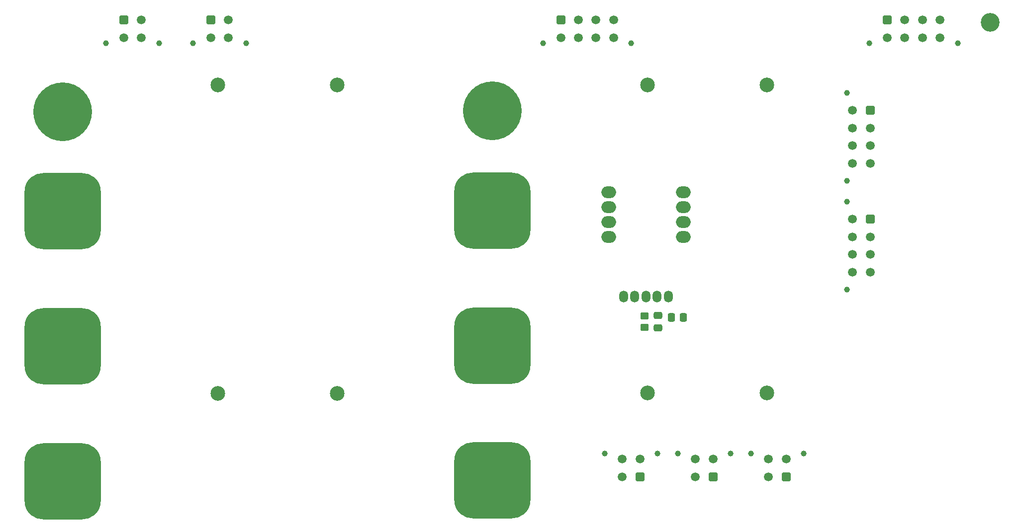
<source format=gbr>
%TF.GenerationSoftware,KiCad,Pcbnew,(6.0.1)*%
%TF.CreationDate,2022-06-01T15:29:15+03:00*%
%TF.ProjectId,Power,506f7765-722e-46b6-9963-61645f706362,rev?*%
%TF.SameCoordinates,Original*%
%TF.FileFunction,Soldermask,Bot*%
%TF.FilePolarity,Negative*%
%FSLAX46Y46*%
G04 Gerber Fmt 4.6, Leading zero omitted, Abs format (unit mm)*
G04 Created by KiCad (PCBNEW (6.0.1)) date 2022-06-01 15:29:15*
%MOMM*%
%LPD*%
G01*
G04 APERTURE LIST*
G04 Aperture macros list*
%AMRoundRect*
0 Rectangle with rounded corners*
0 $1 Rounding radius*
0 $2 $3 $4 $5 $6 $7 $8 $9 X,Y pos of 4 corners*
0 Add a 4 corners polygon primitive as box body*
4,1,4,$2,$3,$4,$5,$6,$7,$8,$9,$2,$3,0*
0 Add four circle primitives for the rounded corners*
1,1,$1+$1,$2,$3*
1,1,$1+$1,$4,$5*
1,1,$1+$1,$6,$7*
1,1,$1+$1,$8,$9*
0 Add four rect primitives between the rounded corners*
20,1,$1+$1,$2,$3,$4,$5,0*
20,1,$1+$1,$4,$5,$6,$7,0*
20,1,$1+$1,$6,$7,$8,$9,0*
20,1,$1+$1,$8,$9,$2,$3,0*%
G04 Aperture macros list end*
%ADD10C,1.000000*%
%ADD11RoundRect,0.250001X-0.499999X0.499999X-0.499999X-0.499999X0.499999X-0.499999X0.499999X0.499999X0*%
%ADD12C,1.500000*%
%ADD13RoundRect,0.250001X0.499999X0.499999X-0.499999X0.499999X-0.499999X-0.499999X0.499999X-0.499999X0*%
%ADD14C,10.000000*%
%ADD15RoundRect,3.250000X-3.250000X-3.250000X3.250000X-3.250000X3.250000X3.250000X-3.250000X3.250000X0*%
%ADD16C,2.500000*%
%ADD17RoundRect,0.250001X-0.499999X-0.499999X0.499999X-0.499999X0.499999X0.499999X-0.499999X0.499999X0*%
%ADD18C,3.200000*%
%ADD19RoundRect,0.250000X-0.450000X0.350000X-0.450000X-0.350000X0.450000X-0.350000X0.450000X0.350000X0*%
%ADD20O,2.500000X2.000000*%
%ADD21O,1.500000X2.000000*%
%ADD22RoundRect,0.250000X0.475000X-0.337500X0.475000X0.337500X-0.475000X0.337500X-0.475000X-0.337500X0*%
%ADD23RoundRect,0.250000X0.337500X0.475000X-0.337500X0.475000X-0.337500X-0.475000X0.337500X-0.475000X0*%
G04 APERTURE END LIST*
D10*
%TO.C,J3*%
X214560000Y-84956000D03*
X214560000Y-99956000D03*
D11*
X218500000Y-87956000D03*
D12*
X218500000Y-90956000D03*
X218500000Y-93956000D03*
X218500000Y-96956000D03*
X215500000Y-87956000D03*
X215500000Y-90956000D03*
X215500000Y-93956000D03*
X215500000Y-96956000D03*
%TD*%
D10*
%TO.C,J9*%
X194746000Y-127886000D03*
X185746000Y-127886000D03*
D13*
X191746000Y-131826000D03*
D12*
X188746000Y-131826000D03*
X191746000Y-128826000D03*
X188746000Y-128826000D03*
%TD*%
D10*
%TO.C,J10*%
X173300000Y-127886000D03*
X182300000Y-127886000D03*
D13*
X179300000Y-131826000D03*
D12*
X176300000Y-131826000D03*
X179300000Y-128826000D03*
X176300000Y-128826000D03*
%TD*%
D14*
%TO.C,D2*%
X81026000Y-69596000D03*
D15*
X81026000Y-86596000D03*
X81026000Y-109596000D03*
X81026000Y-132596000D03*
%TD*%
D16*
%TO.C,C24*%
X200894000Y-65031000D03*
X180594000Y-65031000D03*
X180594000Y-117531000D03*
X200894000Y-117531000D03*
%TD*%
D10*
%TO.C,J1*%
X97440000Y-57940000D03*
X88440000Y-57940000D03*
D17*
X91440000Y-54000000D03*
D12*
X94440000Y-54000000D03*
X91440000Y-57000000D03*
X94440000Y-57000000D03*
%TD*%
D10*
%TO.C,J6*%
X177840000Y-57940000D03*
X162840000Y-57940000D03*
D17*
X165840000Y-54000000D03*
D12*
X168840000Y-54000000D03*
X171840000Y-54000000D03*
X174840000Y-54000000D03*
X165840000Y-57000000D03*
X168840000Y-57000000D03*
X171840000Y-57000000D03*
X174840000Y-57000000D03*
%TD*%
D18*
%TO.C,H3*%
X238948000Y-54356000D03*
%TD*%
D10*
%TO.C,J8*%
X207192000Y-127886000D03*
X198192000Y-127886000D03*
D13*
X204192000Y-131826000D03*
D12*
X201192000Y-131826000D03*
X204192000Y-128826000D03*
X201192000Y-128826000D03*
%TD*%
D16*
%TO.C,C21*%
X107462000Y-117595000D03*
X127762000Y-117595000D03*
X107462000Y-65095000D03*
X127762000Y-65095000D03*
%TD*%
D10*
%TO.C,J4*%
X214560000Y-66414000D03*
X214560000Y-81414000D03*
D11*
X218500000Y-69414000D03*
D12*
X218500000Y-72414000D03*
X218500000Y-75414000D03*
X218500000Y-78414000D03*
X215500000Y-69414000D03*
X215500000Y-72414000D03*
X215500000Y-75414000D03*
X215500000Y-78414000D03*
%TD*%
D14*
%TO.C,D1*%
X154178000Y-69474000D03*
D15*
X154178000Y-86474000D03*
X154178000Y-109474000D03*
X154178000Y-132474000D03*
%TD*%
D10*
%TO.C,J5*%
X233414000Y-57940000D03*
X218414000Y-57940000D03*
D17*
X221414000Y-54000000D03*
D12*
X224414000Y-54000000D03*
X227414000Y-54000000D03*
X230414000Y-54000000D03*
X221414000Y-57000000D03*
X224414000Y-57000000D03*
X227414000Y-57000000D03*
X230414000Y-57000000D03*
%TD*%
D10*
%TO.C,J2*%
X103262000Y-57940000D03*
X112262000Y-57940000D03*
D17*
X106262000Y-54000000D03*
D12*
X109262000Y-54000000D03*
X106262000Y-57000000D03*
X109262000Y-57000000D03*
%TD*%
D19*
%TO.C,R4*%
X180086000Y-104410000D03*
X180086000Y-106410000D03*
%TD*%
D20*
%TO.C,D4*%
X186690000Y-83312000D03*
X186690000Y-85852000D03*
X186690000Y-88392000D03*
X186690000Y-90932000D03*
X173990000Y-83312000D03*
X173990000Y-85852000D03*
X173990000Y-88392000D03*
X173990000Y-90932000D03*
D21*
X184150000Y-101102000D03*
X182245000Y-101102000D03*
X180340000Y-101102000D03*
X178435000Y-101102000D03*
X176530000Y-101102000D03*
%TD*%
D22*
%TO.C,C7*%
X182372000Y-106447500D03*
X182372000Y-104372500D03*
%TD*%
D23*
%TO.C,C3*%
X186711500Y-104648000D03*
X184636500Y-104648000D03*
%TD*%
M02*

</source>
